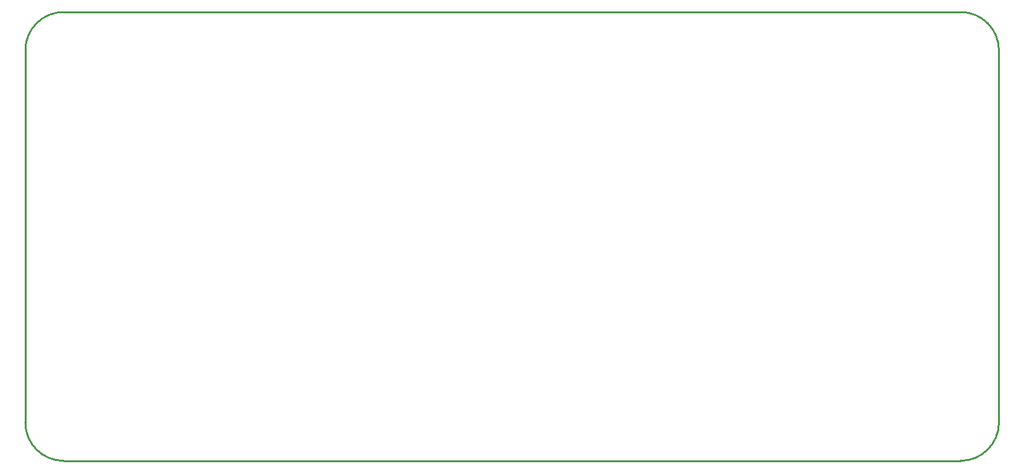
<source format=gbr>
G04*
G04 #@! TF.GenerationSoftware,Altium Limited,Altium Designer,25.1.2 (22)*
G04*
G04 Layer_Color=16711935*
%FSLAX44Y44*%
%MOMM*%
G71*
G04*
G04 #@! TF.SameCoordinates,24EE1BED-7E77-41C4-A39D-8EFC6A2CB599*
G04*
G04*
G04 #@! TF.FilePolarity,Positive*
G04*
G01*
G75*
%ADD10C,0.2540*%
D10*
X1400002Y649000D02*
G03*
X1349000Y700003I-51002J0D01*
G01*
Y99998D02*
G03*
X1400000Y150500I0J51002D01*
G01*
X151003Y700003D02*
G03*
X100000Y649000I0J-51002D01*
G01*
X99998Y151000D02*
G03*
X151000Y99998I51002J0D01*
G01*
X1400000Y649000D02*
X1400000Y150500D01*
X245500Y700000D02*
X1349000D01*
X151000Y99998D02*
X1349000D01*
X151005Y700000D02*
X245500D01*
X99998Y151000D02*
Y648997D01*
M02*

</source>
